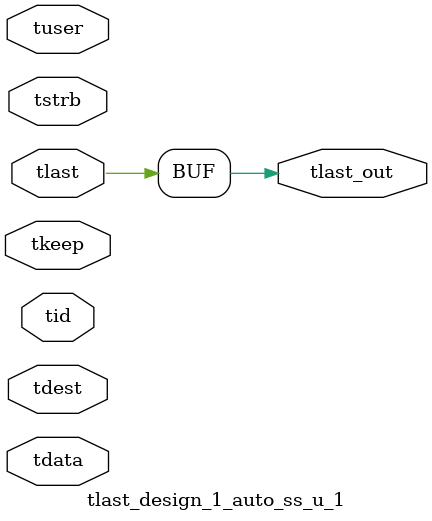
<source format=v>


`timescale 1ps/1ps

module tlast_design_1_auto_ss_u_1 #
(
parameter C_S_AXIS_TID_WIDTH   = 1,
parameter C_S_AXIS_TUSER_WIDTH = 0,
parameter C_S_AXIS_TDATA_WIDTH = 0,
parameter C_S_AXIS_TDEST_WIDTH = 0
)
(
input  [(C_S_AXIS_TID_WIDTH   == 0 ? 1 : C_S_AXIS_TID_WIDTH)-1:0       ] tid,
input  [(C_S_AXIS_TDATA_WIDTH == 0 ? 1 : C_S_AXIS_TDATA_WIDTH)-1:0     ] tdata,
input  [(C_S_AXIS_TUSER_WIDTH == 0 ? 1 : C_S_AXIS_TUSER_WIDTH)-1:0     ] tuser,
input  [(C_S_AXIS_TDEST_WIDTH == 0 ? 1 : C_S_AXIS_TDEST_WIDTH)-1:0     ] tdest,
input  [(C_S_AXIS_TDATA_WIDTH/8)-1:0 ] tkeep,
input  [(C_S_AXIS_TDATA_WIDTH/8)-1:0 ] tstrb,
input  [0:0]                                                             tlast,
output                                                                   tlast_out
);

assign tlast_out = {tlast[0]};

endmodule


</source>
